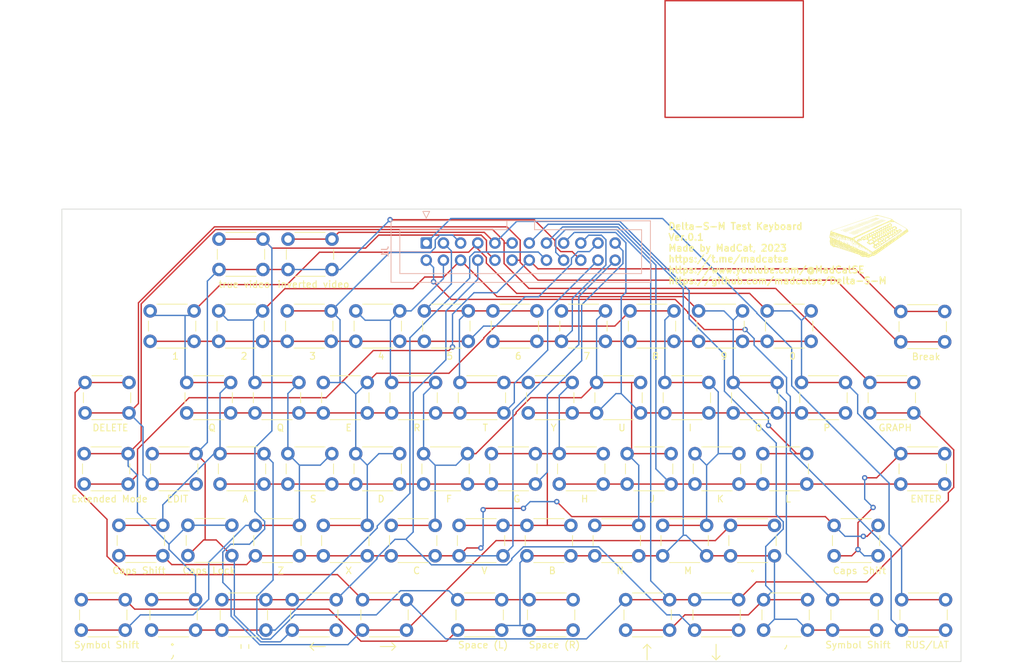
<source format=kicad_pcb>
(kicad_pcb (version 20221018) (generator pcbnew)
  (layers (0 "F.Cu" signal) (31 "B.Cu" signal) (36 "B.SilkS" user "B.Silkscreen") (37 "F.SilkS" user "F.Silkscreen") (38 "B.Mask" user) (39 "F.Mask" user) (44 "Edge.Cuts" user))
  (net 0 "")
  (net 1 "Net-(J1-Pin_1)")
  (net 2 "Net-(J1-Pin_2)")
  (net 3 "Net-(J1-Pin_3)")
  (net 4 "Net-(J1-Pin_4)")
  (net 5 "Net-(J1-Pin_5)")
  (net 6 "Net-(J1-Pin_6)")
  (net 7 "Net-(J1-Pin_7)")
  (net 8 "Net-(J1-Pin_8)")
  (net 9 "Net-(J1-Pin_9)")
  (net 10 "Net-(J1-Pin_10)")
  (net 11 "Net-(J1-Pin_11)")
  (net 12 "Net-(J1-Pin_12)")
  (net 13 "Net-(J1-Pin_13)")
  (net 14 "Net-(J1-Pin_14)")
  (net 15 "Net-(J1-Pin_15)")
  (net 16 "Net-(J1-Pin_16)")
  (net 17 "Net-(J1-Pin_17)")
  (net 18 "Net-(J1-Pin_18)")
  (net 19 "Net-(J1-Pin_19)")
  (net 20 "Net-(J1-Pin_20)")
  (net 21 "Net-(J1-Pin_21)")
  (net 22 "Net-(J1-Pin_22)")
  (net 23 "Net-(J1-Pin_23)")
  (net 24 "Net-(J1-Pin_24)")
  (footprint "kbd_test:SW_PUSH_6mm" (layer "F.Cu") (at 118.3952 106.4324)
    (fp_text reference "SW21")
    (fp_text value "U")
  )
  (footprint "kbd_test:SW_PUSH_6mm" (layer "F.Cu") (at 153.3081 138.577)
    (fp_text reference "SW59")
    (fp_text value "Symbol Shift")
  )
  (footprint "kbd_test:SW_PUSH_6mm" (layer "F.Cu") (at 112.8776 116.9628)
    (fp_text reference "SW33")
    (fp_text value "H")
  )
  (footprint "kbd_test:logo_early" (layer "F.Cu") (at 159.004 84.709)
    (fp_text reference "G***" hide)
    (fp_text value "LOGO" hide)
  )
  (footprint "kbd_test:SW_PUSH_6mm" (layer "F.Cu") (at 163.5125 138.577)
    (fp_text reference "SW60")
    (fp_text value "RUS/LAT")
  )
  (footprint "kbd_test:SW_PUSH_6mm" (layer "F.Cu") (at 72.7583 85.2022)
    (fp_text reference "SW2")
    (fp_text value "inverted video")
  )
  (footprint "kbd_test:SW_PUSH_6mm" (layer "F.Cu") (at 138.6043 106.4324)
    (fp_text reference "SW23")
    (fp_text value "O")
  )
  (footprint "kbd_test:SW_PUSH_6mm" (layer "F.Cu") (at 158.8135 106.4324)
    (fp_text reference "SW25")
    (fp_text value "GRAPH")
  )
  (footprint "kbd_test:SW_PUSH_6mm" (layer "F.Cu") (at 128.1685 127.58)
    (fp_text reference "SW46")
    (fp_text value "M")
  )
  (footprint "kbd_test:SW_PUSH_6mm" (layer "F.Cu") (at 72.7363 116.9628)
    (fp_text reference "SW29")
    (fp_text value "S")
  )
  (footprint "kbd_test:SW_PUSH_6mm" (layer "F.Cu") (at 102.8422 116.9628)
    (fp_text reference "SW32")
    (fp_text value "G")
  )
  (footprint "kbd_test:SW_PUSH_6mm" (layer "F.Cu") (at 77.9768 106.4324)
    (fp_text reference "SW17")
    (fp_text value "E")
  )
  (footprint "kbd_test:SW_PUSH_6mm" (layer "F.Cu") (at 42.1755 138.577)
    (fp_text reference "SW49")
    (fp_text value "Symbol Shift")
  )
  (footprint "kbd_test:SW_PUSH_6mm" (layer "F.Cu") (at 163.3855 116.9628)
    (fp_text reference "SW37")
    (fp_text value "ENTER")
  )
  (footprint "kbd_test:SW_PUSH_6mm" (layer "F.Cu") (at 163.3855 95.9104)
    (fp_text reference "SW13")
    (fp_text value "Break")
  )
  (footprint "kbd_test:SW_PUSH_6mm" (layer "F.Cu") (at 57.9489 127.5546)
    (fp_text reference "SW39")
    (fp_text value "Caps Lock")
  )
  (footprint "kbd_test:SW_PUSH_6mm" (layer "F.Cu") (at 98.186 106.4324)
    (fp_text reference "SW19")
    (fp_text value "T")
  )
  (footprint "kbd_test:SW_PUSH_6mm" (layer "F.Cu") (at 62.701 116.9628)
    (fp_text reference "SW28")
    (fp_text value "A")
  )
  (footprint "kbd_test:SW_PUSH_6mm" (layer "F.Cu") (at 148.7089 106.4324)
    (fp_text reference "SW24")
    (fp_text value "P")
  )
  (footprint "kbd_test:SW_PUSH_6mm" (layer "F.Cu") (at 113.2024 95.83)
    (fp_text reference "SW9")
    (fp_text value "7")
  )
  (footprint "kbd_test:SW_PUSH_6mm" (layer "F.Cu") (at 122.9129 116.9628)
    (fp_text reference "SW34")
    (fp_text value "J")
  )
  (footprint "kbd_test:SW_PUSH_6mm" (layer "F.Cu") (at 82.7816 95.83)
    (fp_text reference "SW6")
    (fp_text value "4")
  )
  (footprint "kbd_test:SW_PUSH_6mm" (layer "F.Cu") (at 143.6231 95.83)
    (fp_text reference "SW12")
    (fp_text value "0")
  )
  (footprint "kbd_test:SW_PUSH_6mm" (layer "F.Cu") (at 128.4997 106.4324)
    (fp_text reference "SW22")
    (fp_text value "I")
  )
  (footprint "kbd_test:SW_PUSH_6mm" (layer "F.Cu") (at 118.1305 127.58)
    (fp_text reference "SW45")
    (fp_text value "N")
  )
  (footprint "kbd_test:SW_PUSH_6mm" (layer "F.Cu") (at 132.8992 138.577)
    (fp_text reference "SW57")
    (fp_text value "↓")
  )
  (footprint "kbd_test:SW_PUSH_6mm" (layer "F.Cu") (at 143.1036 138.577)
    (fp_text reference "SW58")
    (fp_text value ",")
  )
  (footprint "kbd_test:SW_PUSH_6mm" (layer "F.Cu") (at 77.9781 127.58)
    (fp_text reference "SW41")
    (fp_text value "X")
  )
  (footprint "kbd_test:SW_PUSH_6mm" (layer "F.Cu") (at 62.9781 138.577)
    (fp_text reference "SW51")
    (fp_text value "\"")
  )
  (footprint "kbd_test:SW_PUSH_6mm" (layer "F.Cu") (at 142.983481 116.9628)
    (fp_text reference "SW36")
    (fp_text value "L")
  )
  (footprint "kbd_test:SW_PUSH_6mm" (layer "F.Cu") (at 153.5279 127.58)
    (fp_text reference "SW48")
    (fp_text value "Caps Shift")
  )
  (footprint "kbd_test:SW_PUSH_6mm" (layer "F.Cu") (at 123.3426 95.83)
    (fp_text reference "SW10")
    (fp_text value "8")
  )
  (footprint "kbd_test:SW_PUSH_6mm" (layer "F.Cu") (at 62.5011 95.83)
    (fp_text reference "SW4")
    (fp_text value "2")
  )
  (footprint "kbd_test:SW_PUSH_6mm" (layer "F.Cu") (at 92.8069 116.9628)
    (fp_text reference "SW31")
    (fp_text value "F")
  )
  (footprint "kbd_test:SW_PUSH_6mm" (layer "F.Cu") (at 72.6414 95.83)
    (fp_text reference "SW5")
    (fp_text value "3")
  )
  (footprint "kbd_test:SW_PUSH_6mm" (layer "F.Cu") (at 62.5475 85.2022)
    (fp_text reference "SW1")
    (fp_text value "true video")
  )
  (footprint "kbd_test:SW_PUSH_6mm" (layer "F.Cu") (at 92.9219 95.83)
    (fp_text reference "SW7")
    (fp_text value "5")
  )
  (footprint "kbd_test:SW_PUSH_6mm" (layer "F.Cu") (at 83.7807 138.577)
    (fp_text reference "SW53")
    (fp_text value "→")
  )
  (footprint "MountingHole:MountingHole_3.2mm_M3_DIN965" (layer "F.Cu") (at 42.7077 129.9062)
    (fp_text reference "H2" hide)
    (fp_text value "MountingHole_3.2mm_M3_DIN965")
  )
  (footprint "MountingHole:MountingHole_3.2mm_M3_DIN965" (layer "F.Cu") (at 42.7077 85.5578)
    (fp_text reference "H1" hide)
    (fp_text value "MountingHole_3.2mm_M3_DIN965")
  )
  (footprint "kbd_test:SW_PUSH_6mm" (layer "F.Cu") (at 122.6947 138.577)
    (fp_text reference "SW56")
    (fp_text value "↑")
  )
  (footprint "kbd_test:SW_PUSH_6mm" (layer "F.Cu") (at 67.8723 106.4324)
    (fp_text reference "SW16")
    (fp_text value "Q")
  )
  (footprint "kbd_test:SW_PUSH_6mm" (layer "F.Cu") (at 67.9401 127.58)
    (fp_text reference "SW40")
    (fp_text value "Z")
  )
  (footprint "kbd_test:SW_PUSH_6mm" (layer "F.Cu") (at 88.0814 106.4324)
    (fp_text reference "SW18")
    (fp_text value "R")
  )
  (footprint "kbd_test:SW_PUSH_6mm" (layer "F.Cu") (at 88.0162 127.58)
    (fp_text reference "SW42")
    (fp_text value "C")
  )
  (footprint "kbd_test:SW_PUSH_6mm" (layer "F.Cu") (at 97.8523 138.577)
    (fp_text reference "SW54")
    (fp_text value "Space (L)")
  )
  (footprint "MountingHole:MountingHole_3.2mm_M3_DIN965" (layer "F.Cu") (at 169.0727 129.9062)
    (fp_text reference "H4" hide)
    (fp_text value "MountingHole_3.2mm_M3_DIN965")
  )
  (footprint "kbd_test:SW_PUSH_6mm" (layer "F.Cu") (at 73.3794 138.577)
    (fp_text reference "SW52")
    (fp_text value "←")
  )
  (footprint "kbd_test:SW_PUSH_6mm" (layer "F.Cu") (at 98.0543 127.58)
    (fp_text reference "SW43")
    (fp_text value "V")
  )
  (footprint "kbd_test:SW_PUSH_6mm" (layer "F.Cu") (at 52.6657 116.9628)
    (fp_text reference "SW27")
    (fp_text value "EDIT")
  )
  (footprint "kbd_test:SW_PUSH_6mm" (layer "F.Cu") (at 42.6049 116.9628)
    (fp_text reference "SW26")
    (fp_text value "Extended Mode")
  )
  (footprint "kbd_test:SW_PUSH_6mm" (layer "F.Cu") (at 108.0924 127.58)
    (fp_text reference "SW44")
    (fp_text value "B")
  )
  (footprint "kbd_test:SW_PUSH_6mm" (layer "F.Cu") (at 138.2066 127.58)
    (fp_text reference "SW47")
    (fp_text value ".")
  )
  (footprint "kbd_test:SW_PUSH_6mm" (layer "F.Cu") (at 57.7677 106.4324)
    (fp_text reference "SW15")
    (fp_text value "Q")
  )
  (footprint "kbd_test:SW_PUSH_6mm" (layer "F.Cu") (at 132.9482 116.9628)
    (fp_text reference "SW35")
    (fp_text value "K")
  )
  (footprint "kbd_test:SW_PUSH_6mm" (layer "F.Cu") (at 108.4187 138.577)
    (fp_text reference "SW55")
    (fp_text value "Space (R)")
  )
  (footprint "kbd_test:SW_PUSH_6mm" (layer "F.Cu") (at 52.3609 95.83)
    (fp_text reference "SW3")
    (fp_text value "1")
  )
  (footprint "kbd_test:SW_PUSH_6mm" (layer "F.Cu") (at 133.4829 95.83)
    (fp_text reference "SW11")
    (fp_text value "9")
  )
  (footprint "MountingHole:MountingHole_3.2mm_M3_DIN965" (layer "F.Cu") (at 169.0727 85.5578)
    (fp_text reference "H3" hide)
    (fp_text value "MountingHole_3.2mm_M3_DIN965")
  )
  (footprint "kbd_test:SW_PUSH_6mm" (layer "F.Cu") (at 47.7393 127.5652)
    (fp_text reference "SW38")
    (fp_text value "Caps Shift")
  )
  (footprint "kbd_test:SW_PUSH_6mm" (layer "F.Cu") (at 82.7716 116.9628)
    (fp_text reference "SW30")
    (fp_text value "D")
  )
  (footprint "kbd_test:SW_PUSH_6mm" (layer "F.Cu") (at 52.5768 138.577)
    (fp_text reference "SW50")
    (fp_text value ";")
  )
  (footprint "kbd_test:SW_PUSH_6mm" (layer "F.Cu") (at 42.7355 106.4324)
    (fp_text reference "SW14")
    (fp_text value "DELETE")
  )
  (footprint "kbd_test:SW_PUSH_6mm" (layer "F.Cu") (at 103.0621 95.83)
    (fp_text reference "SW8")
    (fp_text value "6")
  )
  (footprint "kbd_test:SW_PUSH_6mm" (layer "F.Cu") (at 108.2906 106.4324)
    (fp_text reference "SW20")
    (fp_text value "Y")
  )
  (footprint "kbd_test:IDC-Header_2x12_P2.54mm_Vertical" (layer "B.Cu") (at 93.2029 85.7864 -90)
    (fp_text reference "J1")
    (fp_text value "Conn_02x12_Odd_Even")
  )
  (gr_rect (start 128.524 49.911) (end 148.971 67.183) (stroke (width 0.2)) (fill none) (layer "F.Cu"))
  (gr_rect (start 39.3041 80.7572) (end 172.2985 147.737) (stroke (width 0.1)) (fill none) (layer "Edge.Cuts"))
  (gr_text "Delta-S-M Test Keyboard\nVer.0.1\nMade by MadCat, 2023\nhttps://t.me/madcatse\nhttps://www.youtube.com/@MadCatSE\nhttps://github.com/madcatse/Delta-S-M" (at 128.905 91.948) (layer "F.SilkS") (effects (font (size 1 1) (thickness 0.2) bold) (justify left bottom)))
  (segment (start 170.0125 138.577) (end 163.5125 138.577) (width 0.2) (layer "F.Cu") (net 1))
  (segment (start 163.5125 138.577) (end 163.5125 130.7214) (width 0.2) (layer "B.Cu") (net 1))
  (segment (start 128.154 82.1515) (end 96.8378 82.1515) (width 0.2) (layer "B.Cu") (net 1))
  (segment (start 142.0965 96.094) (end 128.154 82.1515) (width 0.2) (layer "B.Cu") (net 1))
  (segment (start 147.2524 106.9134) (end 147.2524 101.328) (width 0.2) (layer "B.Cu") (net 1))
  (segment (start 147.2524 101.328) (end 142.0965 96.1721) (width 0.2) (layer "B.Cu") (net 1))
  (segment (start 161.6588 128.8677) (end 161.6588 121.3198) (width 0.2) (layer "B.Cu") (net 1))
  (segment (start 142.0965 96.1721) (end 142.0965 96.094) (width 0.2) (layer "B.Cu") (net 1))
  (segment (start 163.5125 130.7214) (end 161.6588 128.8677) (width 0.2) (layer "B.Cu") (net 1))
  (segment (start 161.6588 121.3198) (end 147.2524 106.9134) (width 0.2) (layer "B.Cu") (net 1))
  (segment (start 96.8378 82.1515) (end 93.2029 85.7864) (width 0.2) (layer "B.Cu") (net 1))
  (segment (start 170.0125 143.077) (end 163.5125 143.077) (width 0.2) (layer "F.Cu") (net 2))
  (segment (start 94.2812 91.5165) (end 96.8892 94.1245) (width 0.2) (layer "F.Cu") (net 2))
  (segment (start 96.8892 94.1245) (end 130.0139 94.1245) (width 0.2) (layer "F.Cu") (net 2))
  (segment (start 131.887 96.1392) (end 134.3414 98.5936) (width 0.2) (layer "F.Cu") (net 2))
  (segment (start 131.887 95.9976) (end 131.887 96.1392) (width 0.2) (layer "F.Cu") (net 2))
  (segment (start 130.0139 94.1245) (end 131.887 95.9976) (width 0.2) (layer "F.Cu") (net 2))
  (segment (start 134.3414 98.5936) (end 140.3616 98.5936) (width 0.2) (layer "F.Cu") (net 2))
  (via (at 94.2812 91.5165) (size 0.8) (drill 0.4) (layers "F.Cu" "B.Cu") (net 2))
  (via (at 140.3616 98.5936) (size 0.8) (drill 0.4) (layers "F.Cu" "B.Cu") (net 2))
  (segment (start 161.9607 141.5252) (end 161.9607 131.4556) (width 0.2) (layer "B.Cu") (net 2))
  (segment (start 146.494 105.693) (end 141.6961 100.8951) (width 0.2) (layer "B.Cu") (net 2))
  (segment (start 161.9607 131.4556) (end 147.0538 116.5487) (width 0.2) (layer "B.Cu") (net 2))
  (segment (start 146.494 107.9323) (end 146.494 105.693) (width 0.2) (layer "B.Cu") (net 2))
  (segment (start 141.6961 100.8951) (end 141.6961 99.9281) (width 0.2) (layer "B.Cu") (net 2))
  (segment (start 147.0538 108.4921) (end 146.494 107.9323) (width 0.2) (layer "B.Cu") (net 2))
  (segment (start 147.0538 116.5487) (end 147.0538 108.4921) (width 0.2) (layer "B.Cu") (net 2))
  (segment (start 94.2812 89.4047) (end 94.2812 91.5165) (width 0.2) (layer "B.Cu") (net 2))
  (segment (start 141.6961 99.9281) (end 140.3616 98.5936) (width 0.2) (layer "B.Cu") (net 2))
  (segment (start 93.2029 88.3264) (end 94.2812 89.4047) (width 0.2) (layer "B.Cu") (net 2))
  (segment (start 163.5125 143.077) (end 161.9607 141.5252) (width 0.2) (layer "B.Cu") (net 2))
  (segment (start 99.4219 95.83) (end 92.9219 95.83) (width 0.2) (layer "F.Cu") (net 3))
  (segment (start 112.8776 116.9628) (end 111.1099 116.9628) (width 0.2) (layer "F.Cu") (net 3))
  (segment (start 102.8422 116.9628) (end 109.3422 116.9628) (width 0.2) (layer "F.Cu") (net 3))
  (segment (start 108.2906 106.4324) (end 104.686 106.4324) (width 0.2) (layer "F.Cu") (net 3))
  (segment (start 108.0924 127.58) (end 104.5543 127.58) (width 0.2) (layer "F.Cu") (net 3))
  (segment (start 111.1099 116.9628) (end 109.3422 116.9628) (width 0.2) (layer "F.Cu") (net 3))
  (segment (start 111.1099 127.58) (end 108.0924 127.58) (width 0.2) (layer "F.Cu") (net 3))
  (segment (start 111.1099 127.58) (end 111.1099 116.9628) (width 0.2) (layer "F.Cu") (net 3))
  (segment (start 114.5924 127.58) (end 111.1099 127.58) (width 0.2) (layer "F.Cu") (net 3))
  (segment (start 114.7906 106.4324) (end 108.2906 106.4324) (width 0.2) (layer "F.Cu") (net 3))
  (segment (start 104.686 106.4324) (end 98.186 106.4324) (width 0.2) (layer "F.Cu") (net 3))
  (segment (start 103.0621 95.83) (end 99.4219 95.83) (width 0.2) (layer "F.Cu") (net 3))
  (segment (start 119.3776 116.9628) (end 112.8776 116.9628) (width 0.2) (layer "F.Cu") (net 3))
  (segment (start 109.5621 95.83) (end 103.0621 95.83) (width 0.2) (layer "F.Cu") (net 3))
  (segment (start 104.5543 127.58) (end 98.0543 127.58) (width 0.2) (layer "F.Cu") (net 3))
  (segment (start 112.8776 108.3454) (end 114.7906 106.4324) (width 0.2) (layer "B.Cu") (net 3))
  (segment (start 99.4219 95.83) (end 98.1173 97.1346) (width 0.2) (layer "B.Cu") (net 3))
  (segment (start 98.1173 97.1346) (end 98.1173 106.3637) (width 0.2) (layer "B.Cu") (net 3))
  (segment (start 98.1173 106.3637) (end 98.186 106.4324) (width 0.2) (layer "B.Cu") (net 3))
  (segment (start 95.7429 85.7864) (end 96.9214 86.9649) (width 0.2) (layer "B.Cu") (net 3))
  (segment (start 96.9214 86.9649) (end 96.9214 91.8305) (width 0.2) (layer "B.Cu") (net 3))
  (segment (start 112.8776 116.9628) (end 112.8776 108.3454) (width 0.2) (layer "B.Cu") (net 3))
  (segment (start 96.9214 91.8305) (end 92.9219 95.83) (width 0.2) (layer "B.Cu") (net 3))
  (segment (start 129.4129 116.9628) (end 123.5764 116.9628) (width 0.2) (layer "F.Cu") (net 4))
  (segment (start 106.4884 110.8388) (end 108.6448 108.6824) (width 0.2) (layer "F.Cu") (net 4))
  (segment (start 99.3069 116.9628) (end 100.5368 116.9628) (width 0.2) (layer "F.Cu") (net 4))
  (segment (start 119.7024 95.83) (end 113.2024 95.83) (width 0.2) (layer "F.Cu") (net 4))
  (segment (start 94.5814 106.4324) (end 88.0814 106.4324) (width 0.2) (layer "F.Cu") (net 4))
  (segment (start 100.5368 116.9628) (end 106.4884 111.0112) (width 0.2) (layer "F.Cu") (net 4))
  (segment (start 124.6305 127.58) (end 118.1305 127.58) (width 0.2) (layer "F.Cu") (net 4))
  (segment (start 123.5764 106.4324) (end 124.8952 106.4324) (width 0.2) (layer "F.Cu") (net 4))
  (segment (start 116.1452 108.6824) (end 118.3952 106.4324) (width 0.2) (layer "F.Cu") (net 4))
  (segment (start 123.5764 116.9628) (end 122.9129 116.9628) (width 0.2) (layer "F.Cu") (net 4))
  (segment (start 94.5162 127.58) (end 88.0162 127.58) (width 0.2) (layer "F.Cu") (net 4))
  (segment (start 106.4884 111.0112) (end 106.4884 110.8388) (width 0.2) (layer "F.Cu") (net 4))
  (segment (start 108.6448 108.6824) (end 116.1452 108.6824) (width 0.2) (layer "F.Cu") (net 4))
  (segment (start 118.3952 106.4324) (end 123.5764 106.4324) (width 0.2) (layer "F.Cu") (net 4))
  (segment (start 123.5764 116.9628) (end 123.5764 106.4324) (width 0.2) (layer "F.Cu") (net 4))
  (segment (start 94.5162 118.6721) (end 92.8069 116.9628) (width 0.2) (layer "B.Cu") (net 4))
  (segment (start 92.8069 116.9628) (end 92.8069 108.2069) (width 0.2) (layer "B.Cu") (net 4))
  (segment (start 87.9004 97.2112) (end 84.1628 97.2112) (width 0.2) (layer "B.Cu") (net 4))
  (segment (start 94.5162 127.58) (end 94.5162 118.6721) (width 0.2) (layer "B.Cu") (net 4))
  (segment (start 95.7429 91.0474) (end 95.7429 88.3264) (width 0.2) (layer "B.Cu") (net 4))
  (segment (start 92.8069 108.2069) (end 94.5814 106.4324) (width 0.2) (layer "B.Cu") (net 4))
  (segment (start 118.3952 106.4324) (end 118.3952 97.1372) (width 0.2) (layer "B.Cu") (net 4))
  (segment (start 94.5162 118.6721) (end 97.5976 118.6721) (width 0.2) (layer "B.Cu") (net 4))
  (segment (start 118.3952 97.1372) (end 119.7024 95.83) (width 0.2) (layer "B.Cu") (net 4))
  (segment (start 90.9603 95.83) (end 95.7429 91.0474) (width 0.2) (layer "B.Cu") (net 4))
  (segment (start 97.5976 118.6721) (end 99.3069 116.9628) (width 0.2) (layer "B.Cu") (net 4))
  (segment (start 87.9004 97.2112) (end 89.2816 95.83) (width 0.2) (layer "B.Cu") (net 4))
  (segment (start 84.1628 97.2112) (end 82.7816 95.83) (width 0.2) (layer "B.Cu") (net 4))
  (segment (start 88.0814 106.4324) (end 87.9004 106.2514) (width 0.2) (layer "B.Cu") (net 4))
  (segment (start 124.6305 118.6804) (end 122.9129 116.9628) (width 0.2) (layer "B.Cu") (net 4))
  (segment (start 89.2816 95.83) (end 90.9603 95.83) (width 0.2) (layer "B.Cu") (net 4))
  (segment (start 124.6305 127.58) (end 124.6305 118.6804) (width 0.2) (layer "B.Cu") (net 4))
  (segment (start 87.9004 106.2514) (end 87.9004 97.2112) (width 0.2) (layer "B.Cu") (net 4))
  (segment (start 72.6414 95.83) (end 79.1414 95.83) (width 0.2) (layer "F.Cu") (net 5))
  (segment (start 84.4781 127.58) (end 77.9781 127.58) (width 0.2) (layer "F.Cu") (net 5))
  (segment (start 84.4768 106.4324) (end 85.8479 105.0613) (width 0.2) (layer "F.Cu") (net 5))
  (segment (start 121.0926 98.08) (end 123.3426 95.83) (width 0.2) (layer "F.Cu") (net 5))
  (segment (start 129.8426 95.83) (end 123.3426 95.83) (width 0.2) (layer "F.Cu") (net 5))
  (segment (start 96.5674 105.0613) (end 101.7017 99.927) (width 0.2) (layer "F.Cu") (net 5))
  (segment (start 101.7017 99.8148) (end 103.4365 98.08) (width 0.2) (layer "F.Cu") (net 5))
  (segment (start 103.4365 98.08) (end 121.0926 98.08) (width 0.2) (layer "F.Cu") (net 5))
  (segment (start 85.8479 105.0613) (end 96.5674 105.0613) (width 0.2) (layer "F.Cu") (net 5))
  (segment (start 134.9997 106.4324) (end 128.4997 106.4324) (width 0.2) (layer "F.Cu") (net 5))
  (segment (start 101.7017 99.927) (end 101.7017 99.8148) (width 0.2) (layer "F.Cu") (net 5))
  (segment (start 134.6685 127.58) (end 128.1685 127.58) (width 0.2) (layer "F.Cu") (net 5))
  (segment (start 136.3888 116.9628) (end 134.6685 118.6831) (width 0.2) (layer "B.Cu") (net 5))
  (segment (start 97.096 84.5995) (end 98.2829 85.7864) (width 0.2) (layer "B.Cu") (net 5))
  (segment (start 80.4496 97.1382) (end 80.4496 106.4324) (width 0.2) (layer "B.Cu") (net 5))
  (segment (start 134.6685 118.6831) (end 134.6685 127.58) (width 0.2) (layer "B.Cu") (net 5))
  (segment (start 82.7716 116.9628) (end 84.4781 118.6693) (width 0.2) (layer "B.Cu") (net 5))
  (segment (start 94.533 85.3156) (end 95.2491 84.5995) (width 0.2) (layer "B.Cu") (net 5))
  (segment (start 86.1846 116.9628) (end 84.4781 118.6693) (width 0.2) (layer "B.Cu") (net 5))
  (segment (start 79.1414 95.83) (end 87.7969 87.1745) (width 0.2) (layer "B.Cu") (net 5))
  (segment (start 128.4997 97.1729) (end 128.4997 106.4324) (width 0.2) (layer "B.Cu") (net 5))
  (segment (start 134.9997 106.4324) (end 136.3888 107.8215) (width 0.2) (layer "B.Cu") (net 5))
  (segment (start 80.4496 106.4324) (end 81.0664 106.4324) (width 0.2) (layer "B.Cu") (net 5))
  (segment (start 81.0664 106.4324) (end 82.7716 108.1376) (width 0.2) (layer "B.Cu") (net 5))
  (segment (start 79.1414 95.83) (end 80.4496 97.1382) (width 0.2) (layer "B.Cu") (net 5))
  (segment (start 136.3888 107.8215) (end 136.3888 116.9628) (width 0.2) (layer "B.Cu") (net 5))
  (segment (start 87.7969 87.1745) (end 93.8081 87.1745) (width 0.2) (layer "B.Cu") (net 5))
  (segment (start 93.8081 87.1745) (end 94.533 86.4496) (width 0.2) (layer "B.Cu") (net 5))
  (segment (start 129.8426 95.83) (end 128.4997 97.1729) (width 0.2) (layer "B.Cu") (net 5))
  (segment (start 139.4482 116.9628) (end 136.3888 116.9628) (width 0.2) (layer "B.Cu") (net 5))
  (segment (start 89.2716 116.9628) (end 86.1846 116.9628) (width 0.2) (layer "B.Cu") (net 5))
  (segment (start 132.9482 116.9628) (end 134.6685 118.6831) (width 0.2) (layer "B.Cu") (net 5))
  (segment (start 84.4781 118.6693) (end 84.4781 127.58) (width 0.2) (layer "B.Cu") (net 5))
  (segment (start 82.7716 108.1376) (end 82.7716 116.9628) (width 0.2) (layer "B.Cu") (net 5))
  (segment (start 95.2491 84.5995) (end 97.096 84.5995) (width 0.2) (layer "B.Cu") (net 5))
  (segment (start 77.9768 106.4324) (end 80.4496 106.4324) (width 0.2) (layer "B.Cu") (net 5))
  (segment (start 84.4768 106.4324) (end 82.7716 108.1376) (width 0.2) (layer "B.Cu") (net 5))
  (segment (start 94.533 86.4496) (end 94.533 85.3156) (width 0.2) (layer "B.Cu") (net 5))
  (segment (start 142.983481 116.9628) (end 149.483481 116.9628) (width 0.2) (layer "F.Cu") (net 6))
  (segment (start 69.0011 95.83) (end 72.2873 92.5438) (width 0.2) (layer "F.Cu") (net 6))
  (segment (start 91.2381 92.5438) (end 92.9673 90.8146) (width 0.2) (layer "F.Cu") (net 6))
  (segment (start 95.7947 90.8146) (end 98.2829 88.3264) (width 0.2) (layer "F.Cu") (net 6))
  (segment (start 131.3727 93.7198) (end 133.4829 95.83) (width 0.2) (layer "F.Cu") (net 6))
  (segment (start 149.483481 116.9628) (end 148.0013 116.9628) (width 0.2) (layer "F.Cu") (net 6))
  (segment (start 98.2829 88.3264) (end 103.6763 93.7198) (width 0.2) (layer "F.Cu") (net 6))
  (segment (start 92.9673 90.8146) (end 95.7947 90.8146) (width 0.2) (layer "F.Cu") (net 6))
  (segment (start 145.1043 106.4324) (end 138.6043 106.4324) (width 0.2) (layer "F.Cu") (net 6))
  (segment (start 148.0013 116.9628) (end 143.8251 112.7866) (width 0.2) (layer "F.Cu") (net 6))
  (segment (start 74.4401 127.58) (end 67.9401 127.58) (width 0.2) (layer "F.Cu") (net 6))
  (segment (start 159.8081 138.577) (end 153.3081 138.577) (width 0.2) (layer "F.Cu") (net 6))
  (segment (start 72.2873 92.5438) (end 91.2381 92.5438) (width 0.2) (layer "F.Cu") (net 6))
  (segment (start 74.3723 106.4324) (end 67.8723 106.4324) (width 0.2) (layer "F.Cu") (net 6))
  (segment (start 48.6755 143.077) (end 42.1755 143.077) (width 0.2) (layer "F.Cu") (net 6))
  (segment (start 103.6763 93.7198) (end 131.3727 93.7198) (width 0.2) (layer "F.Cu") (net 6))
  (via (at 143.8251 112.7866) (size 0.8) (drill 0.4) (layers "F.Cu" "B.Cu") (net 6))
  (segment (start 61.0275 133.0419) (end 61.0275 138.5064) (width 0.2) (layer "B.Cu") (net 6))
  (segment (start 143.8043 111.6324) (end 138.6043 106.4324) (width 0.2) (layer "B.Cu") (net 6))
  (segment (start 74.4401 118.6666) (end 77.5325 118.6666) (width 0.2) (layer "B.Cu") (net 6))
  (segment (start 145.1043 106.4324) (end 145.1043 107.9007) (width 0.2) (layer "B.Cu") (net 6))
  (segment (start 72.7363 108.0684) (end 72.7363 116.9628) (width 0.2) (layer "B.Cu") (net 6))
  (segment (start 67.8723 106.4324) (end 67.649 106.2091) (width 0.2) (layer "B.Cu") (net 6))
  (segment (start 143.8251 112.7866) (end 143.8043 112.7658) (width 0.2) (layer "B.Cu") (net 6))
  (segment (start 67.649 97.1821) (end 69.0011 95.83) (width 0.2) (layer "B.Cu") (net 6))
  (segment (start 146.4664 131.7353) (end 153.3081 138.577) (width 0.2) (layer "B.Cu") (net 6))
  (segment (start 146.4664 109.2628) (end 146.4664 131.7353) (width 0.2) (layer "B.Cu") (net 6))
  (segment (start 61.0275 138.5064) (end 58.7069 140.827) (width 0.2) (layer "B.Cu") (net 6))
  (segment (start 50.9255 140.827) (end 48.6755 143.077) (width 0.2) (layer "B.Cu") (net 6))
  (segment (start 67.9401 127.58) (end 66.4894 127.58) (width 0.2) (layer "B.Cu") (net 6))
  (segment (start 138.6043 97.2086) (end 138.6043 106.4324) (width 0.2) (layer "B.Cu") (net 6))
  (segment (start 67.649 106.2091) (end 67.649 97.1821) (width 0.2) (layer "B.Cu") (net 6))
  (segment (start 74.4401 118.6666) (end 72.7363 116.9628) (width 0.2) (layer "B.Cu") (net 6))
  (segment (start 77.5325 118.6666) (end 79.2363 116.9628) (width 0.2) (layer "B.Cu") (net 6))
  (segment (start 145.1043 107.9007) (end 146.4664 109.2628) (width 0.2) (layer "B.Cu") (net 6))
  (segment (start 58.7069 140.827) (end 50.9255 140.827) (width 0.2) (layer "B.Cu") (net 6))
  (segment (start 74.3723 106.4324) (end 72.7363 108.0684) (width 0.2) (layer "B.Cu") (net 6))
  (segment (start 137.2257 95.83) (end 138.6043 97.2086) (width 0.2) (layer "B.Cu") (net 6))
  (segment (start 139.9829 95.83) (end 138.6043 97.2086) (width 0.2) (layer "B.Cu") (net 6))
  (segment (start 74.4401 127.58) (end 74.4401 118.6666) (width 0.2) (layer "B.Cu") (net 6))
  (segment (start 67.649 97.1821) (end 63.8532 97.1821) (width 0.2) (layer "B.Cu") (net 6))
  (segment (start 63.8532 97.1821) (end 62.5011 95.83) (width 0.2) (layer "B.Cu") (net 6))
  (segment (start 66.4894 127.58) (end 61.0275 133.0419) (width 0.2) (layer "B.Cu") (net 6))
  (segment (start 143.8043 112.7658) (end 143.8043 111.6324) (width 0.2) (layer "B.Cu") (net 6))
  (segment (start 133.4829 95.83) (end 137.2257 95.83) (width 0.2) (layer "B.Cu") (net 6))
  (segment (start 69.201 116.9628) (end 62.701 116.9628) (width 0.2) (layer "F.Cu") (net 7))
  (segment (start 163.3855 116.9628) (end 159.8147 120.5336) (width 0.2) (layer "F.Cu") (net 7))
  (segment (start 169.8855 116.9628) (end 163.3855 116.9628) (width 0.2) (layer "F.Cu") (net 7))
  (segment (start 100.3865 86.2228) (end 99.4646 87.1447) (width 0.2) (layer "F.Cu") (net 7))
  (segment (start 114.9187 138.577) (end 108.4187 138.577) (width 0.2) (layer "F.Cu") (net 7))
  (segment (start 104.3523 138.577) (end 97.8523 138.577) (width 0.2) (layer "F.Cu") (net 7))
  (segment (start 102.0929 88.7532) (end 106.5754 93.2357) (width 0.2) (layer "F.Cu") (net 7))
  (segment (start 157.0585 127.163) (end 157.0585 131.1508) (width 0.2) (layer "F.Cu") (net 7))
  (segment (start 141.0268 93.2357) (end 141.7933 94.0022) (width 0.2) (layer "F.Cu") (net 7))
  (segment (start 77.4033 87.1447) (end 72.6063 91.9417) (width 0.2) (layer "F.Cu") (net 7))
  (segment (start 72.6063 91.9417) (end 62.7492 91.9417) (width 0.2) (layer "F.Cu") (net 7))
  (segment (start 159.8147 120.5336) (end 158.0491 120.5336) (width 0.2) (layer "F.Cu") (net 7))
  (segment (start 159.2937 124.9278) (end 157.0585 127.163) (width 0.2) (layer "F.Cu") (net 7))
  (segment (start 62.7492 91.9417) (end 58.8609 95.83) (width 0.2) (layer "F.Cu") (net 7))
  (segment (start 64.2677 106.4324) (end 57.7677 106.4324) (width 0.2) (layer "F.Cu") (net 7))
  (segment (start 155.2089 106.4324) (end 148.7089 106.4324) (width 0.2) (layer "F.Cu") (net 7))
  (segment (start 106.5754 93.2357) (end 141.0268 93.2357) (width 0.2) (layer "F.Cu") (net 7))
  (segment (start 100.3865 86.2228) (end 102.0929 87.9293) (width 0.2) (layer "F.Cu") (net 7))
  (segment (start 141.7953 94.0022) (end 143.6231 95.83) (width 0.2) (layer "F.Cu") (net 7))
  (segment (start 100.8229 85.7864) (end 100.3865 86.2228) (width 0.2) (layer "F.Cu") (net 7))
  (segment (start 141.7933 94.0022) (end 141.7953 94.0022) (width 0.2) (layer "F.Cu") (net 7))
  (segment (start 108.4187 138.577) (end 104.3523 138.577) (width 0.2) (layer "F.Cu") (net 7))
  (segment (start 54.2393 127.5652) (end 47.7393 127.5652) (width 0.2) (layer "F.Cu") (net 7))
  (segment (start 156.1293 132.08) (end 157.0585 131.1508) (width 0.2) (layer "F.Cu") (net 7))
  (segment (start 102.0929 87.9293) (end 102.0929 88.7532) (width 0.2) (layer "F.Cu") (net 7))
  (segment (start 99.4646 87.1447) (end 77.4033 87.1447) (width 0.2) (layer "F.Cu") (net 7))
  (segment (start 153.5279 132.08) (end 156.1293 132.08) (width 0.2) (layer "F.Cu") (net 7))
  (via (at 157.0585 131.1508) (size 0.8) (drill 0.4) (layers "F.Cu" "B.Cu") (net 7))
  (via (at 158.0491 120.5336) (size 0.8) (drill 0.4) (layers "F.Cu" "B.Cu") (net 7))
  (via (at 159.2937 124.9278) (size 0.8) (drill 0.4) (layers "F.Cu" "B.Cu") (net 7))
  (segment (start 58.1932 96.4977) (end 57.5254 96.4977) (width 0.2) (layer "B.Cu") (net 7))
  (segment (start 162.9744 116.9628) (end 163.3855 116.9628) (width 0.2) (layer "B.Cu") (net 7))
  (segment (start 57.5254 96.4977) (end 57.5254 106.1901) (width 0.2) (layer "B.Cu") (net 7))
  (segment (start 73.7416 140.827) (end 85.8176 140.827) (width 0.2) (layer "B.Cu") (net 7))
  (segment (start 89.3973 137.2473) (end 96.5226 137.2473) (width 0.2) (layer "B.Cu") (net 7))
  (segment (start 68.149 143.6) (end 68.956 144.407) (width 0.2) (layer "B.Cu") (net 7))
  (segment (start 157.0113 108.2348) (end 157.0113 110.9997) (width 0.2) (layer "B.Cu") (net 7))
  (segment (start 69.201 116.9628) (end 70.5416 118.3034) (width 0.2) (layer "B.Cu") (net 7))
  (segment (start 150.1231 95.83) (end 148.7089 97.2442) (width 0.2) (layer "B.Cu") (net 7))
  (segment (start 53.0286 96.4977) (end 52.3609 95.83) (width 0.2) (layer "B.Cu") (net 7))
  (segment (start 158.0491 123.6832) (end 159.2937 124.9278) (width 0.2) (layer "B.Cu") (net 7))
  (segment (start 58.8609 95.83) (end 58.1932 96.4977) (width 0.2) (layer "B.Cu") (net 7))
  (segment (start 62.701 107.9991) (end 62.701 116.9628) (width 0.2) (layer "B.Cu") (net 7))
  (segment (start 158.0491 120.5336) (end 158.0491 123.6832) (width 0.2) (layer "B.Cu") (net 7))
  (segment (start 157.0113 110.9997) (end 162.9744 116.9628) (width 0.2) (layer "B.Cu") (net 7))
  (segment (start 57.5254 106.1901) (end 57.7677 106.4324) (width 0.2) (layer "B.Cu") (net 7))
  (segment (start 70.1616 144.407) (end 73.7416 140.827) (width 0.2) (layer "B.Cu") (net 7))
  (segment (start 70.5416 135.6723) (end 68.149 138.0649) (width 0.2) (layer "B.Cu") (net 7))
  (segment (start 70.5416 118.3034) (end 70.5416 135.6723) (width 0.2) (layer "B.Cu") (net 7))
  (segment (start 96.5226 137.2473) (end 97.8523 138.577) (width 0.2) (layer "B.Cu") (net 7))
  (segment (start 57.5254 96.4977) (end 53.0286 96.4977) (width 0.2) (layer "B.Cu") (net 7))
  (segment (start 54.2393 127.5652) (end 54.2393 124.5333) (width 0.2) (layer "B.Cu") (net 7))
  (segment (start 143.6231 95.83) (end 147.2947 95.83) (width 0.2) (layer "B.Cu") (net 7))
  (segment (start 148.7089 97.2442) (end 148.7089 106.4324) (width 0.2) (layer "B.Cu") (net 7))
  (segment (start 54.2393 124.5333) (end 61.8098 116.9628) (width 0.2) (layer "B.Cu") (net 7))
  (segment (start 155.2089 106.4324) (end 157.0113 108.2348) (width 0.2) (layer "B.Cu") (net 7))
  (segment (start 85.8176 140.827) (end 89.3973 137.2473) (width 0.2) (layer "B.Cu") (net 7))
  (segment (start 68.956 144.407) (end 70.1616 144.407) (width 0.2) (layer "B.Cu") (net 7))
  (segment (start 147.2947 95.83) (end 148.7089 97.2442) (width 0.2) (layer "B.Cu") (net 7))
  (segment (start 157.9877 132.08) (end 160.0279 132.08) (width 0.2) (layer "B.Cu") (net 7))
  (segment (start 64.2677 106.4324) (end 62.701 107.9991) (width 0.2) (layer "B.Cu") (net 7))
  (segment (start 157.0585 131.1508) (end 157.9877 132.08) (width 0.2) (layer "B.Cu") (net 7))
  (segment (start 61.8098 116.9628) (end 62.701 116.9628) (width 0.2) (layer "B.Cu") (net 7))
  (segment (start 68.149 138.0649) (end 68.149 143.6) (width 0.2) (layer "B.Cu") (net 7))
  (segment (start 79.8794 138.577) (end 73.3794 138.577) (width 0.2) (layer "F.Cu") (net 8))
  (segment (start 73.3794 138.577) (end 69.4781 138.577) (width 0.2) (layer "F.Cu") (net 8))
  (segment (start 69.4781 138.577) (end 62.9781 138.577) (width 0.2) (layer "F.Cu") (net 8))
  (segment (start 139.3992 143.077) (end 132.8992 143.077) (width 0.2) (layer "F.Cu") (net 8))
  (segment (start 85.9127 132.5437) (end 79.8794 138.577) (width 0.2) (layer "B.Cu") (net 8))
  (segment (start 90.1913 129.6411) (end 93.9671 133.4169) (width 0.2) (layer "B.Cu") (net 8))
  (segment (start 118.7122 130.7553) (end 128.7839 140.827) (width 0.2) (layer "B.Cu") (net 8))
  (segment (start 90.1913 129.6411) (end 88.589 129.6411) (width 0.2) (layer "B.Cu") (net 8))
  (segment (start 96.1059 95.8735) (end 96.1059 103.0667) (width 0.2) (layer "B.Cu") (net 8))
  (segment (start 100.8229 88.3264) (end 100.8229 91.1565) (width 0.2) (layer "B.Cu") (net 8))
  (segment (start 107.5721 130.7553) (end 118.7122 130.7553) (width 0.2) (layer "B.Cu") (net 8))
  (segment (start 130.6492 140.827) (end 132.8992 143.077) (width 0.2) (layer "B.Cu") (net 8))
  (segment (start 93.9671 133.4169) (end 105.1236 133.4169) (width 0.2) (layer "B.Cu") (net 8))
  (segment (start 91.2662 107.9064) (end 91.2662 128.5662) (width 0.2) (layer "B.Cu") (net 8))
  (segment (start 128.7839 140.827) (end 130.6492 140.827) (width 0.2) (layer "B.Cu") (net 8))
  (segment (start 105.8562 132.4712) (end 107.5721 130.7553) (width 0.2) (layer "B.Cu") (net 8))
  (segment (start 91.2662 128.5662) (end 90.1913 129.6411) (width 0.2) (layer "B.Cu") (net 8))
  (segment (start 100.8229 91.1565) (end 96.1059 95.8735) (width 0.2) (layer "B.Cu") (net 8))
  (segment (start 96.1059 103.0667) (end 91.2662 107.9064) (width 0.2) (layer "B.Cu") (net 8))
  (segment (start 105.1236 133.4169) (end 105.8562 132.6843) (width 0.2) (layer "B.Cu") (net 8))
  (segment (start 85.9127 132.3174) (end 85.9127 132.5437) (width 0.2) (layer "B.Cu") (net 8))
  (segment (start 88.589 129.6411) (end 85.9127 132.3174) (width 0.2) (layer "B.Cu") (net 8))
  (segment (start 105.8562 132.6843) (end 105.8562 132.4712) (width 0.2) (layer "B.Cu") (net 8))
  (segment (start 129.1947 143.077) (end 131.4447 140.827) (width 0.2) (layer "F.Cu") (net 9))
  (segment (start 140.8536 140.827) (end 143.1036 138.577) (width 0.2) (layer "F.Cu") (net 9))
  (segment (start 149.6036 138.577) (end 143.1036 138.577) (width 0.2) (layer "F.Cu") (net 9))
  (segment (start 79.2583 85.2022) (end 80.2601 84.2004) (width 0.2) (layer "F.Cu") (net 9))
  (segment (start 122.6947 143.077) (end 129.1947 143.077) (width 0.2) (layer "F.Cu") (net 9))
  (segment (start 101.7769 84.2004) (end 103.3629 85.7864) (width 0.2) (layer "F.Cu") (net 9))
  (segment (start 79.2583 85.2022) (end 72.7583 85.2022) (width 0.2) (layer "F.Cu") (net 9))
  (segment (start 80.2601 84.2004) (end 101.7769 84.2004) (width 0.2) (layer "F.Cu") (net 9))
  (segment (start 131.4447 140.827) (end 140.8536 140.827) (width 0.2) (layer "F.Cu") (net 9))
  (segment (start 121.8367 82.5773) (end 106.572 82.5773) (width 0.2) (layer "B.Cu") (net 9))
  (segment (start 146.0066 128.118478) (end 146.0066 127.041522) (width 0.2) (layer "B.Cu") (net 9))
  (segment (start 143.1036 138.577) (end 144.3066 137.374) (width 0.2) (layer "B.Cu") (net 9))
  (segment (start 146.0066 127.041522) (end 144.9681 126.003022) (width 0.2) (layer "B.Cu") (net 9))
  (segment (start 137.3024 102.2441) (end 132.0823 97.024) (width 0.2) (layer "B.Cu") (net 9))
  (segment (start 144.9681 126.003022) (end 144.9681 115.3908) (width 0.2) (layer "B.Cu") (net 9))
  (segment (start 144.9681 115.3908) (end 137.3024 107.7251) (width 0.2) (layer "B.Cu") (net 9))
  (segment (start 144.3066 137.374) (end 143.4066 136.474) (width 0.2) (layer "B.Cu") (net 9))
  (segment (start 106.572 82.5773) (end 103.3629 85.7864) (width 0.2) (layer "B.Cu") (net 9))
  (segment (start 143.4066 136.474) (end 143.4066 130.718478) (width 0.2) (layer "B.Cu") (net 9))
  (segment (start 143.4066 130.718478) (end 146.0066 128.118478) (width 0.2) (layer "B.Cu") (net 9))
  (segment (start 132.0823 97.024) (end 132.0823 92.8229) (width 0.2) (layer "B.Cu") (net 9))
  (segment (start 132.0823 92.8229) (end 121.8367 82.5773) (width 0.2) (layer "B.Cu") (net 9))
  (segment (start 137.3024 107.7251) (end 137.3024 102.2441) (width 0.2) (layer "B.Cu") (net 9))
  (segment (start 103.3629 88.3264) (end 102.1107 87.0742) (width 0.2) (layer "F.Cu") (net 10))
  (segment (start 70.3834 86.5381) (end 69.0475 85.2022) (width 0.2) (layer "F.Cu") (net 10))
  (segment (start 103.5277 129.83) (end 90.2807 143.077) (width 0.2) (layer "F.Cu") (net 10))
  (segment (start 144.7066 127.58) (end 138.2066 127.58) (width 0.2) (layer "F.Cu") (net 10))
  (segment (start 84.229 86.5381) (end 70.3834 86.5381) (width 0.2) (layer "F.Cu") (net 10))
  (segment (start 102.1107 87.0742) (end 102.1107 85.3854) (width 0.2) (layer "F.Cu") (net 10))
  (segment (start 86.1601 84.607) (end 84.229 86.5381) (width 0.2) (layer "F.Cu") (net 10))
  (segment (start 90.2807 143.077) (end 83.7807 143.077) (width 0.2) (layer "F.Cu") (net 10))
  (segment (start 102.1107 85.3854) (end 101.3323 84.607) (width 0.2) (layer "F.Cu") (net 10))
  (segment (start 101.3323 84.607) (end 86.1601 84.607) (width 0.2) (layer "F.Cu") (net 10))
  (segment (start 62.5475 85.2022) (end 69.0475 85.2022) (width 0.2) (layer "F.Cu") (net 10))
  (segment (start 138.2066 127.58) (end 135.9566 129.83) (width 0.2) (layer "F.Cu") (net 10))
  (segment (start 135.9566 129.83) (end 103.5277 129.83) (width 0.2) (layer "F.Cu") (net 10))
  (segment (start 70.3702 86.5249) (end 70.3702 113.5876) (width 0.2) (layer "B.Cu") (net 10))
  (segment (start 67.8609 125.555) (end 69.3008 126.9949) (width 0.2) (layer "B.Cu") (net 10))
  (segment (start 64.3343 137.2453) (end 64.3343 141.0255) (width 0.2) (layer "B.Cu") (net 10))
  (segment (start 63.1142 136.0252) (end 64.3343 137.2453) (width 0.2) (layer "B.Cu") (net 10))
  (segment (start 64.2717 130.366) (end 63.1142 131.5235) (width 0.2) (layer "B.Cu") (net 10))
  (segment (start 81.6238 145.2339) (end 83.7807 143.077) (width 0.2) (layer "B.Cu") (net 10))
  (segment (start 69.3008 128.128) (end 67.0628 130.366) (width 0.2) (layer "B.Cu") (net 10))
  (segment (start 67.0628 130.366) (end 64.2717 130.366) (width 0.2) (layer "B.Cu") (net 10))
  (segment (start 67.8609 116.0969) (end 67.8609 125.555) (width 0.2) (layer "B.Cu") (net 10))
  (segment (start 68.5427 145.2339) (end 81.6238 145.2339) (width 0.2) (layer "B.Cu") (net 10))
  (segment (start 64.3343 141.0255) (end 68.5427 145.2339) (width 0.2) (layer "B.Cu") (net 10))
  (segment (start 63.1142 131.5235) (end 63.1142 136.0252) (width 0.2) (layer "B.Cu") (net 10))
  (segment (start 70.3702 113.5876) (end 67.8609 116.0969) (width 0.2) (layer "B.Cu") (net 10))
  (segment (start 69.0475 85.2022) (end 70.3702 86.5249) (width 0.2) (layer "B.Cu") (net 10))
  (segment (start 69.3008 126.9949) (end 69.3008 128.128) (width 0.2) (layer "B.Cu") (net 10))
  (segment (start 104.7122 85.7864) (end 104.7122 85.4887) (width 0.2) (layer "F.Cu") (net 11))
  (segment (start 165.3135 106.4324) (end 158.8135 106.4324) (width 0.2) (layer "F.Cu") (net 11))
  (segment (start 104.7123 85.7864) (end 105.9029 85.7864) (width 0.2) (layer "F.Cu") (net 11))
  (segment (start 51.0367 115.031) (end 49.1049 116.9628) (width 0.2) (layer "F.Cu") (net 11))
  (segment (start 104.7123 85.7864) (end 104.7122 85.7864) (width 0.2) (layer "F.Cu") (net 11))
  (segment (start 51.0367 94.793) (end 51.0367 115.031) (width 0.2) (layer "F.Cu") (net 11))
  (segment (start 49.1049 116.9628) (end 42.6049 116.9628) (width 0.2) (layer "F.Cu") (net 11))
  (segment (start 59.0768 138.577) (end 52.5768 138.577) (width 0.2) (layer "F.Cu") (net 11))
  (segment (start 104.7123 85.7864) (end 104.7123 88.8299) (width 0.2) (layer "F.Cu") (net 11))
  (segment (start 108.3832 92.5008) (end 144.8819 92.5008) (width 0.2) (layer "F.Cu") (net 11))
  (segment (start 104.7123 88.8299) (end 108.3832 92.5008) (width 0.2) (layer "F.Cu") (net 11))
  (segment (start 103.0141 83.7906) (end 62.0391 83.7906) (width 0.2) (layer "F.Cu") (net 11))
  (segment (start 144.8819 92.5008) (end 158.8135 106.4324) (width 0.2) (layer "F.Cu") (net 11))
  (segment (start 104.7122 85.4887) (end 103.0141 83.7906) (width 0.2) (layer "F.Cu") (net 11))
  (segment (start 62.0391 83.7906) (end 51.0367 94.793) (width 0.2) (layer "F.Cu") (net 11))
  (segment (start 55.1536 131.1382) (end 55.1536 130.3499) (width 0.2) (layer "B.Cu") (net 11))
  (segment (start 55.1537 130.3498) (end 50.4849 125.6811) (width 0.2) (layer "B.Cu") (net 11))
  (segment (start 50.4849 125.6811) (end 50.4849 120.1624) (width 0.2) (layer "B.Cu") (net 11))
  (segment (start 55.1536 130.3499) (end 55.1537 130.3498) (width 0.2) (layer "B.Cu") (net 11))
  (segment (start 59.0768 138.577) (end 59.0768 135.0614) (width 0.2) (layer "B.Cu") (net 11))
  (segment (start 50.4849 120.1624) (end 49.1049 118.7824) (width 0.2) (layer "B.Cu") (net 11))
  (segment (start 59.0768 135.0614) (end 55.1536 131.1382) (width 0.2) (layer "B.Cu") (net 11))
  (segment (start 64.4489 127.5546) (end 57.9489 127.5546) (width 0.2) (layer "B.Cu") (net 11))
  (segment (start 49.1049 118.7824) (end 49.1049 116.9628) (width 0.2) (layer "B.Cu") (net 11))
  (segment (start 55.1537 130.3498) (end 57.9489 127.5546) (width 0.2) (layer "B.Cu") (net 11))
  (segment (start 107.0935 88.3264) (end 107.0935 85.3447) (width 0.2) (layer "F.Cu") (net 12))
  (segment (start 169.8855 100.4104) (end 162.9295 100.4104) (width 0.2) (layer "F.Cu") (net 12))
  (segment (start 162.9295 100.4104) (end 153.8018 91.2827) (width 0.2) (layer "F.Cu") (net 12))
  (segment (start 61.8727 83.3887) (end 50.6348 94.6266) (width 0.2) (layer "F.Cu") (net 12))
  (segment (start 42.7355 110.9324) (end 49.2355 110.9324) (width 0.2) (layer "F.Cu") (net 12))
  (segment (start 153.8018 91.2827) (end 109.7323 91.2827) (width 0.2) (layer "F.Cu") (net 12))
  (segment (start 105.1375 83.3887) (end 61.8727 83.3887) (width 0.2) (layer "F.Cu") (net 12))
  (segment (start 107.0935 88.6439) (end 107.0935 88.3264) (width 0.2) (layer "F.Cu") (net 12))
  (segment (start 107.0935 85.3447) (end 105.1375 83.3887) (width 0.2) (layer "F.Cu") (net 12))
  (segment (start 107.0935 88.3264) (end 105.9029 88.3264) (width 0.2) (layer "F.Cu") (net 12))
  (segment (start 59.1657 121.4628) (end 52.6657 121.4628) (width 0.2) (layer "F.Cu") (net 12))
  (segment (start 50.6348 94.6266) (end 50.6348 109.5331) (width 0.2) (layer "F.Cu") (net 12))
  (segment (start 109.7323 91.2827) (end 107.0935 88.6439) (width 0.2) (layer "F.Cu") (net 12))
  (segment (start 50.6348 109.5331) (end 49.2355 110.9324) (width 0.2) (layer "F.Cu") (net 12))
  (segment (start 51.30625 113.00315) (end 51.30625 120.10335) (width 0.2) (layer "B.Cu") (net 12))
  (segment (start 51.30625 120.10335) (end 52.6657 121.4628) (width 0.2) (layer "B.Cu") (net 12))
  (segment (start 49.2355 110.9324) (end 51.30625 113.00315) (width 0.2) (layer "B.Cu") (net 12))
  (segment (start 50.0761 139.9776) (end 48.6755 138.577) (width 0.2) (layer "F.Cu") (net 13))
  (segment (start 138.2066 132.08) (end 134.6685 132.08) (width 0.2) (layer "F.Cu") (net 13))
  (segment (start 159.8081 143.077) (end 153.3081 143.077) (width 0.2) (layer "F.Cu") (net 13))
  (segment (start 83.5325 144.7144) (end 78.7957 139.9776) (width 0.2) (layer "F.Cu") (net 13))
  (segment (start 124.6305 132.08) (end 128.1685 132.08) (width 0.2) (layer "F.Cu") (net 13))
  (segment (start 104.3523 143.077) (end 97.8523 143.077) (width 0.2) (layer "F.Cu") (net 13))
  (segment (start 149.6036 143.077) (end 153.3081 143.077) (width 0.2) (layer "F.Cu") (net 13))
  (segment (start 108.0924 132.08) (end 114.5924 132.08) (width 0.2) (layer "F.Cu") (net 13))
  (segment (start 144.7066 132.08) (end 138.2066 132.08) (width 0.2) (layer "F.Cu") (net 13))
  (segment (start 114.5924 132.08) (end 118.1305 132.08) (width 0.2) (layer "F.Cu") (net 13))
  (segment (start 97.8523 143.077) (end 96.2149 144.7144) (width 0.2) (layer "F.Cu") (net 13))
  (segment (start 114.9187 143.077) (end 108.4187 143.077) (width 0.2) (layer "F.Cu") (net 13))
  (segment (start 118.1305 132.08) (end 124.6305 132.08) (width 0.2) (layer "F.Cu") (net 13))
  (segment (start 78.7957 139.9776) (end 50.0761 139.9776) (width 0.2) (layer "F.Cu") (net 13))
  (segment (start 96.2149 144.7144) (end 83.5325 144.7144) (width 0.2) (layer "F.Cu") (net 13))
  (segment (start 48.6755 138.577) (end 42.1755 138.577) (width 0.2) (layer "F.Cu") (net 13))
  (segment (start 131.2119 129.0366) (end 128.1685 132.08) (width 0.2) (layer "B.Cu") (net 13))
  (segment (start 131.2119 129.0366) (end 131.6251 129.0366) (width 0.2) (layer "B.Cu") (net 13))
  (segment (start 107.0659 142.4006) (end 105.0287 142.4006) (width 0.2) (layer "B.Cu") (net 13))
  (segment (start 144.7066 141.474) (end 148.0006 141.474) (width 0.2) (layer "B.Cu") (net 13))
  (segment (start 107.0659 133.1065) (end 108.0924 132.08) (width 0.2) (layer "B.Cu") (net 13))
  (segment (start 105.0287 142.4006) (end 104.3523 143.077) (width 0.2) (layer "B.Cu") (net 13))
  (segment (start 144.7066 141.474) (end 143.1036 143.077) (width 0.2) (layer "B.Cu") (net 13))
  (segment (start 107.0659 142.4006) (end 107.0659 133.1065) (width 0.2) (layer "B.Cu") (net 13))
  (segment (start 107.7423 142.4006) (end 107.0659 142.4006) (width 0.2) (layer "B.Cu") (net 13))
  (segment (start 144.7066 132.08) (end 144.7066 141.474) (width 0.2) (layer "B.Cu") (net 13))
  (segment (start 131.2119 92.5208) (end 131.2119 129.0366) (width 0.2) (layer "B.Cu") (net 13))
  (segment (start 108.4429 85.7864) (end 111.2262 83.0031) (width 0.2) (layer "B.Cu") (net 13))
  (segment (start 111.2262 83.0031) (end 121.6942 83.0031) (width 0.2) (layer "B.Cu") (net 13))
  (segment (start 131.6251 129.0366) (end 134.6685 132.08) (width 0.2) (layer "B.Cu") (net 13))
  (segment (start 108.4187 143.077) (end 107.7423 142.4006) (width 0.2) (layer "B.Cu") (net 13))
  (segment (start 121.6942 83.0031) (end 131.2119 92.5208) (width 0.2) (layer "B.Cu") (net 13))
  (segment (start 148.0006 141.474) (end 149.6036 143.077) (width 0.2) (layer "B.Cu") (net 13))
  (segment (start 109.7178 89.6013) (end 108.4429 88.3264) (width 0.2) (layer "F.Cu") (net 14))
  (segment (start 58.1107 108.6824) (end 50.49345 116.29965) (width 0.2) (layer "F.Cu") (net 14))
  (segment (start 50.49345 116.29965) (end 50.49345 120.07425) (width 0.2) (layer "F.Cu") (net 14))
  (segment (start 169.8855 95.9104) (end 162.9295 95.9104) (width 0.2) (layer "F.Cu") (net 14))
  (segment (start 162.9295 95.9104) (end 156.6204 89.6013) (width 0.2) (layer "F.Cu") (net 14))
  (segment (start 85.3723 101.6978) (end 78.3877 108.6824) (width 0.2) (layer "F.Cu") (net 14))
  (segment (start 97.0861 101.1644) (end 96.5527 101.6978) (width 0.2) (layer "F.Cu") (net 14))
  (segment (start 50.49345 120.07425) (end 49.1049 121.4628) (width 0.2) (layer "F.Cu") (net 14))
  (segment (start 156.6204 89.6013) (end 109.7178 89.6013) (width 0.2) (layer "F.Cu") (net 14))
  (segment (start 96.5527 101.6978) (end 85.3723 101.6978) (width 0.2) (layer "F.Cu") (net 14))
  (segment (start 42.6049 121.4628) (end 49.1049 121.4628) (width 0.2) (layer "F.Cu") (net 14))
  (segment (start 78.3877 108.6824) (end 58.1107 108.6824) (width 0.2) (layer "F.Cu") (net 14))
  (via (at 97.0861 101.1644) (size 0.8) (drill 0.4) (layers "F.Cu" "B.Cu") (net 14))
  (segment (start 100.2596 93.1406) (end 97.0861 96.3141) (width 0.2) (layer "B.Cu") (net 14))
  (segment (start 97.0861 96.3141) (end 97.0861 101.1644) (width 0.2) (layer "B.Cu") (net 14))
  (segment (start 108.4429 88.3264) (end 103.6287 93.1406) (width 0.2) (layer "B.Cu") (net 14))
  (segment (start 103.6287 93.1406) (end 100.2596 93.1406) (width 0.2) (layer "B.Cu") (net 14))
  (segment (start 169.8855 121.4628) (end 163.3855 121.4628) (width 0.2) (layer "F.Cu") (net 15))
  (segment (start 122.9129 121.4628) (end 119.3776 121.4628) (width 0.2) (layer "F.Cu") (net 15))
  (segment (start 139.4482 121.4628) (end 132.9482 121.4628) (width 0.2) (layer "F.Cu") (net 15))
  (segment (start 119.3776 121.4628) (end 112.8776 121.4628) (width 0.2) (layer "F.Cu") (net 15))
  (segment (start 129.4129 121.4628) (end 122.9129 121.4628) (width 0.2) (layer "F.Cu") (net 15))
  (segment (start 132.9482 121.4628) (end 129.4129 121.4628) (width 0.2) (layer "F.Cu") (net 15))
  (segment (start 163.3855 121.4628) (end 139.4482 121.4628) (width 0.2) (layer "F.Cu") (net 15))
  (segment (start 110.9829 85.7864) (end 113.3643 83.405) (width 0.2) (layer "B.Cu") (net 15))
  (segment (start 127.1686 89.0458) (end 127.1686 119.2185) (width 0.2) (layer "B.Cu") (net 15))
  (segment (start 121.5278 83.405) (end 127.1686 89.0458) (width 0.2) (layer "B.Cu") (net 15))
  (segment (start 113.3643 83.405) (end 121.5278 83.405) (width 0.2) (layer "B.Cu") (net 15))
  (segment (start 127.1686 119.2185) (end 129.4129 121.4628) (width 0.2) (layer "B.Cu") (net 15))
  (segment (start 59.0768 143.077) (end 62.9781 143.077) (width 0.2) (layer "F.Cu") (net 16))
  (segment (start 52.5768 143.077) (end 59.0768 143.077) (width 0.2) (layer "F.Cu") (net 16))
  (segment (start 69.4781 143.077) (end 62.9781 143.077) (width 0.2) (layer "F.Cu") (net 16))
  (segment (start 109.7727 87.1162) (end 100.3446 87.1162) (width 0.2) (layer "B.Cu") (net 16))
  (segment (start 85.9478 127.9769) (end 70.8477 143.077) (width 0.2) (layer "B.Cu") (net 16))
  (segment (start 70.8477 143.077) (end 69.4781 143.077) (width 0.2) (layer "B.Cu") (net 16))
  (segment (start 99.6251 90.968) (end 90.7859 99.8072) (width 0.2) (layer "B.Cu") (net 16))
  (segment (start 99.6251 87.8357) (end 99.6251 90.968) (width 0.2) (layer "B.Cu") (net 16))
  (segment (start 90.7859 122.8281) (end 85.9478 127.6662) (width 0.2) (layer "B.Cu") (net 16))
  (segment (start 110.9829 88.3264) (end 109.7727 87.1162) (width 0.2) (layer "B.Cu") (net 16))
  (segment (start 100.3446 87.1162) (end 99.6251 87.8357) (width 0.2) (layer "B.Cu") (net 16))
  (segment (start 85.9478 127.6662) (end 85.9478 127.9769) (width 0.2) (layer "B.Cu") (net 16))
  (segment (start 90.7859 99.8072) (end 90.7859 122.8281) (width 0.2) (layer "B.Cu") (net 16))
  (segment (start 148.7089 110.9324) (end 155.2089 110.9324) (width 0.2) (layer "F.Cu") (net 17))
  (segment (start 145.1043 110.9324) (end 148.7089 110.9324) (width 0.2) (layer "F.Cu") (net 17))
  (segment (start 114.7906 110.9324) (end 118.3952 110.9324) (width 0.2) (layer "F.Cu") (net 17))
  (segment (start 145.1043 110.9324) (end 138.6043 110.9324) (width 0.2) (layer "F.Cu") (net 17))
  (segment (start 134.9997 110.9324) (end 128.4997 110.9324) (width 0.2) (layer "F.Cu") (net 17))
  (segment (start 138.6043 110.9324) (end 134.9997 110.9324) (width 0.2) (layer "F.Cu") (net 17))
  (segment (start 128.4997 110.9324) (end 124.8952 110.9324) (width 0.2) (layer "F.Cu") (net 17))
  (segment (start 108.2906 110.9324) (end 114.7906 110.9324) (width 0.2) (layer "F.Cu") (net 17))
  (segment (start 122.0407 108.0779) (end 121.2497 108.0779) (width 0.2) (layer "B.Cu") (net 17))
  (segment (start 122.0407 108.0779) (end 124.8952 110.9324) (width 0.2) (layer "B.Cu") (net 17))
  (segment (start 113.5229 85.7864) (end 115.0974 84.2119) (width 0.2) (layer "B.Cu") (net 17))
  (segment (start 122.7312 85.745) (end 122.7312 93.0787) (width 0.2) (layer "B.Cu") (net 17))
  (segment (start 122.7312 93.0787) (end 122.0407 93.7692) (width 0.2) (layer "B.Cu") (net 17))
  (segment (start 121.2497 108.0779) (end 118.3952 110.9324) (width 0.2) (layer "B.Cu") (net 17))
  (segment (start 121.1981 84.2119) (end 122.7312 85.745) (width 0.2) (layer "B.Cu") (net 17))
  (segment (start 115.0974 84.2119) (end 121.1981 84.2119) (width 0.2) (layer "B.Cu") (net 17))
  (segment (start 122.0407 93.7692) (end 122.0407 108.0779) (width 0.2) (layer "B.Cu") (net 17))
  (segment (start 83.7807 138.577) (end 80.0701 134.8664) (width 0.2) (layer "F.Cu") (net 18))
  (segment (start 48.6987 134.8664) (end 45.9843 132.152) (width 0.2) (layer "F.Cu") (net 18))
  (segment (start 45.9843 132.152) (end 45.9843 126.6834) (width 0.2) (layer "F.Cu") (net 18))
  (segment (start 139.3992 138.577) (end 142.0272 135.949) (width 0.2) (layer "F.Cu") (net 18))
  (segment (start 165.7504 110.9324) (end 165.3135 110.9324) (width 0.2) (layer "F.Cu") (net 18))
  (segment (start 170.423978 122.7628) (end 171.2198 121.966978) (width 0.2) (layer "F.Cu") (net 18))
  (segment (start 41.26 121.9591) (end 41.26 107.9079) (width 0.2) (layer "F.Cu") (net 18))
  (segment (start 158.3705 135.949) (end 170.423978 123.895522) (width 0.2) (layer "F.Cu") (net 18))
  (segment (start 165.3135 110.9324) (end 158.8135 110.9324) (width 0.2) (layer "F.Cu") (net 18))
  (segment (start 41.26 107.9079) (end 42.7355 106.4324) (width 0.2) (layer "F.Cu") (net 18))
  (segment (start 122.6947 138.577) (end 129.1947 138.577) (width 0.2) (layer "F.Cu") (net 18))
  (segment (start 42.7355 106.4324) (end 49.2355 106.4324) (width 0.2) (layer "F.Cu") (net 18))
  (segment (start 171.2198 116.4018) (end 165.7504 110.9324) (width 0.2) (layer "F.Cu") (net 18))
  (segment (start 90.2807 138.577) (end 83.7807 138.577) (width 0.2) (layer "F.Cu") (net 18))
  (segment (start 142.0272 135.949) (end 158.3705 135.949) (width 0.2) (layer "F.Cu") (net 18))
  (segment (start 80.0701 134.8664) (end 48.6987 134.8664) (width 0.2) (layer "F.Cu") (net 18))
  (segment (start 170.423978 123.895522) (end 170.423978 122.7628) (width 0.2) (layer "F.Cu") (net 18))
  (segment (start 45.9843 126.6834) (end 41.26 121.9591) (width 0.2) (layer "F.Cu") (net 18))
  (segment (start 171.2198 121.966978) (end 171.2198 116.4018) (width 0.2) (layer "F.Cu") (net 18))
  (segment (start 129.1947 138.577) (end 132.8992 138.577) (width 0.2) (layer "F.Cu") (net 18))
  (segment (start 112.3578 87.1613) (end 112.3578 85.2264) (width 0.2) (layer "B.Cu") (net 18))
  (segment (start 96.0869 144.3832) (end 90.2807 138.577) (width 0.2) (layer "B.Cu") (net 18))
  (segment (start 139.3992 138.577) (end 132.8992 138.577) (width 0.2) (layer "B.Cu") (net 18))
  (segment (start 113.7773 83.8069) (end 121.3614 83.8069) (width 0.2) (layer "B.Cu") (net 18))
  (segment (start 126.3996 135.7819) (end 129.1947 138.577) (width 0.2) (layer "B.Cu") (net 18))
  (segment (start 122.6947 138.577) (end 116.8885 144.3832) (width 0.2) (layer "B.Cu") (net 18))
  (segment (start 126.3996 88.8451) (end 126.3996 135.7819) (width 0.2) (layer "B.Cu") (net 18))
  (segment (start 116.8885 144.3832) (end 96.0869 144.3832) (width 0.2) (layer "B.Cu") (net 18))
  (segment (start 112.3578 85.2264) (end 113.7773 83.8069) (width 0.2) (layer "B.Cu") (net 18))
  (segment (start 121.3614 83.8069) (end 126.3996 88.8451) (width 0.2) (layer "B.Cu") (net 18))
  (segment (start 113.5229 88.3264) (end 112.3578 87.1613) (width 0.2) (layer "B.Cu") (net 18))
  (segment (start 109.5621 100.33) (end 113.2024 100.33) (width 0.2) (layer "F.Cu") (net 19))
  (segment (start 103.0621 100.33) (end 109.5621 100.33) (width 0.2) (layer "F.Cu") (net 19))
  (segment (start 139.9829 100.33) (end 143.6231 100.33) (width 0.2) (layer "F.Cu") (net 19))
  (segment (start 129.8426 100.33) (end 123.3426 100.33) (width 0.2) (layer "F.Cu") (net 19))
  (segment (start 150.1231 100.33) (end 143.6231 100.33) (width 0.2) (layer "F.Cu") (net 19))
  (segment (start 119.7024 100.33) (end 113.2024 100.33) (width 0.2) (layer "F.Cu") (net 19))
  (segment (start 129.8426 100.33) (end 133.4829 100.33) (width 0.2) (layer "F.Cu") (net 19))
  (segment (start 123.3426 100.33) (end 119.7024 100.33) (width 0.2) (layer "F.Cu") (net 19))
  (segment (start 133.4829 100.33) (end 139.9829 100.33) (width 0.2) (layer "F.Cu") (net 19))
  (segment (start 114.809 94.0074) (end 119.7772 89.0392) (width 0.2) (layer "B.Cu") (net 19))
  (segment (start 114.809 98.7234) (end 114.809 94.0074) (width 0.2) (layer "B.Cu") (net 19))
  (segment (start 117.2231 84.6262) (end 116.0629 85.7864) (width 0.2) (layer "B.Cu") (net 19))
  (segment (start 113.2024 100.33) (end 114.809 98.7234) (width 0.2) (layer "B.Cu") (net 19))
  (segment (start 119.7772 89.0392) (end 119.7772 85.2968) (width 0.2) (layer "B.Cu") (net 19))
  (segment (start 119.7772 85.2968) (end 119.1066 84.6262) (width 0.2) (layer "B.Cu") (net 19))
  (segment (start 119.1066 84.6262) (end 117.2231 84.6262) (width 0.2) (layer "B.Cu") (net 19))
  (segment (start 62.5475 89.7022) (end 69.0475 89.7022) (width 0.2) (layer "F.Cu") (net 20))
  (segment (start 109.1652 82.3328) (end 87.8524 82.3328) (width 0.2) (layer "F.Cu") (net 20))
  (segment (start 113.1044 87.0564) (end 112.2529 86.2049) (width 0.2) (layer "F.Cu") (net 20))
  (segment (start 60.4964 129.7377) (end 60.2658 129.7377) (width 0.2) (layer "F.Cu") (net 20))
  (segment (start 69.0475 89.7022) (end 72.7583 89.7022) (width 0.2) (layer "F.Cu") (net 20))
  (segment (start 62.132 129.7377) (end 60.4964 129.7377) (width 0.2) (layer "F.Cu") (net 20))
  (segment (start 112.2529 86.2049) (end 112.2529 85.4205) (width 0.2) (layer "F.Cu") (net 20))
  (segment (start 52.6657 116.9628) (end 59.1657 116.9628) (width 0.2) (layer "F.Cu") (net 20))
  (segment (start 79.8794 143.077) (end 73.3794 143.077) (width 0.2) (layer "F.Cu") (net 20))
  (segment (start 116.0629 88.3264) (end 114.7929 87.0564) (width 0.2) (layer "F.Cu") (net 20))
  (segment (start 64.4489 132.0546) (end 62.132 129.7377) (width 0.2) (layer "F.Cu") (net 20))
  (segment (start 114.7929 87.0564) (end 113.1044 87.0564) (width 0.2) (layer "F.Cu") (net 20))
  (segment (start 112.2529 85.4205) (end 109.1652 82.3328) (width 0.2) (layer "F.Cu") (net 20))
  (segment (start 60.4964 118.2935) (end 60.4964 129.7377) (width 0.2) (layer "F.Cu") (net 20))
  (segment (start 60.2658 129.7377) (end 57.9489 132.0546) (width 0.2) (layer "F.Cu") (net 20))
  (segment (start 59.1657 116.9628) (end 60.4964 118.2935) (width 0.2) (layer "F.Cu") (net 20))
  (via (at 87.8524 82.3328) (size 0.8) (drill 0.4) (layers "F.Cu" "B.Cu") (net 20))
  (segment (start 87.8524 82.3328) (end 80.483 89.7022) (width 0.2) (layer "B.Cu") (net 20))
  (segment (start 68.7519 144.8195) (end 64.8172 140.8848) (width 0.2) (layer "B.Cu") (net 20))
  (segment (start 73.3794 143.077) (end 71.6369 144.8195) (width 0.2) (layer "B.Cu") (net 20))
  (segment (start 71.6369 144.8195) (end 68.7519 144.8195) (width 0.2) (layer "B.Cu") (net 20))
  (segment (start 64.8172 132.4229) (end 64.4489 132.0546) (width 0.2) (layer "B.Cu") (net 20))
  (segment (start 62.5475 89.7022) (end 60.826 91.4237) (width 0.2) (layer "B.Cu") (net 20))
  (segment (start 80.483 89.7022) (end 79.2583 89.7022) (width 0.2) (layer "B.Cu") (net 20))
  (segment (start 60.826 91.4237) (end 60.826 115.3025) (width 0.2) (layer "B.Cu") (net 20))
  (segment (start 79.2583 89.7022) (end 72.7583 89.7022) (width 0.2) (layer "B.Cu") (net 20))
  (segment (start 60.826 115.3025) (end 59.1657 116.9628) (width 0.2) (layer "B.Cu") (net 20))
  (segment (start 64.8172 140.8848) (end 64.8172 132.4229) (width 0.2) (layer "B.Cu") (net 20))
  (segment (start 69.0011 100.33) (end 72.6414 100.33) (width 0.2) (layer "F.Cu") (net 21))
  (segment (start 72.6414 100.33) (end 79.1414 100.33) (width 0.2) (layer "F.Cu") (net 21))
  (segment (start 99.4219 100.33) (end 92.9219 100.33) (width 0.2) (layer "F.Cu") (net 21))
  (segment (start 52.3609 100.33) (end 58.8609 100.33) (width 0.2) (layer "F.Cu") (net 21))
  (segment (start 58.8609 100.33) (end 62.5011 100.33) (width 0.2) (layer "F.Cu") (net 21))
  (segment (start 79.1414 100.33) (end 82.7816 100.33) (width 0.2) (layer "F.Cu") (net 21))
  (segment (start 89.2816 100.33) (end 82.7816 100.33) (width 0.2) (layer "F.Cu") (net 21))
  (segment (start 92.9219 100.33) (end 89.2816 100.33) (width 0.2) (layer "F.Cu") (net 21))
  (segment (start 62.5011 100.33) (end 69.0011 100.33) (width 0.2) (layer "F.Cu") (net 21))
  (segment (start 109.8033 93.7497) (end 107.8033 93.7497) (width 0.2) (layer "B.Cu") (net 21))
  (segment (start 114.6748 88.8782) (end 109.8033 93.7497) (width 0.2) (layer "B.Cu") (net 21))
  (segment (start 107.8033 93.7497) (end 103.473 98.08) (width 0.2) (layer "B.Cu") (net 21))
  (segment (start 115.6444 87.0564) (end 114.6748 88.026) (width 0.2) (layer "B.Cu") (net 21))
  (segment (start 114.6748 88.026) (end 114.6748 88.8782) (width 0.2) (layer "B.Cu") (net 21))
  (segment (start 118.6029 85.7864) (end 117.3329 87.0564) (width 0.2) (layer "B.Cu") (net 21))
  (segment (start 101.6719 98.08) (end 99.4219 100.33) (width 0.2) (layer "B.Cu") (net 21))
  (segment (start 103.473 98.08) (end 101.6719 98.08) (width 0.2) (layer "B.Cu") (net 21))
  (segment (start 117.3329 87.0564) (end 115.6444 87.0564) (width 0.2) (layer "B.Cu") (net 21))
  (segment (start 98.186 110.9324) (end 94.5814 110.9324) (width 0.2) (layer "F.Cu") (net 22))
  (segment (start 67.8723 110.9324) (end 74.3723 110.9324) (width 0.2) (layer "F.Cu") (net 22))
  (segment (start 64.2677 110.9324) (end 67.8723 110.9324) (width 0.2) (layer "F.Cu") (net 22))
  (segment (start 104.686 110.9324) (end 98.186 110.9324) (width 0.2) (layer "F.Cu") (net 22))
  (segment (start 94.5814 110.9324) (end 88.0814 110.9324) (width 0.2) (layer "F.Cu") (net 22))
  (segment (start 57.7677 110.9324) (end 64.2677 110.9324) (width 0.2) (layer "F.Cu") (net 22))
  (segment (start 74.3723 110.9324) (end 77.9768 110.9324) (width 0.2) (layer "F.Cu") (net 22))
  (segment (start 84.4768 110.9324) (end 77.9768 110.9324) (width 0.2) (layer "F.Cu") (net 22))
  (segment (start 88.0814 110.9324) (end 84.4768 110.9324) (width 0.2) (layer "F.Cu") (net 22))
  (segment (start 111.1614 101.6362) (end 111.1614 95.7679) (width 0.2) (layer "B.Cu") (net 22))
  (segment (start 106.2282 109.3902) (end 106.2282 106.5694) (width 0.2) (layer "B.Cu") (net 22))
  (segment (start 111.1614 95.7679) (end 118.6029 88.3264) (width 0.2) (layer "B.Cu") (net 22))
  (segment (start 104.686 110.9324) (end 106.2282 109.3902) (width 0.2) (layer "B.Cu") (net 22))
  (segment (start 106.2282 106.5694) (end 111.1614 101.6362) (width 0.2) (layer "B.Cu") (net 22))
  (segment (start 82.7716 121.4628) (end 79.2363 121.4628) (width 0.2) (layer "F.Cu") (net 23))
  (segment (start 62.701 121.4628) (end 69.201 121.4628) (width 0.2) (layer "F.Cu") (net 23))
  (segment (start 79.2363 121.4628) (end 72.7363 121.4628) (width 0.2) (layer "F.Cu") (net 23))
  (segment (start 89.2716 121.4628) (end 82.7716 121.4628) (width 0.2) (layer "F.Cu") (net 23))
  (segment (start 109.3422 121.4628) (end 102.8422 121.4628) (width 0.2) (layer "F.Cu") (net 23))
  (segment (start 92.8069 121.4628) (end 89.2716 121.4628) (width 0.2) (layer "F.Cu") (net 23))
  (segment (start 69.201 121.4628) (end 72.7363 121.4628) (width 0.2) (layer "F.Cu") (net 23))
  (segment (start 102.8422 121.4628) (end 99.3069 121.4628) (width 0.2) (layer "F.Cu") (net 23))
  (segment (start 99.3069 121.4628) (end 92.8069 121.4628) (width 0.2) (layer "F.Cu") (net 23))
  (segment (start 116.1911 103.1907) (end 111.11 108.2718) (width 0.2) (layer "B.Cu") (net 23))
  (segment (start 111.11 119.695) (end 109.3422 121.4628) (width 0.2) (layer "B.Cu") (net 23))
  (segment (start 122.296 88.8206) (end 116.1911 94.9255) (width 0.2) (layer "B.Cu") (net 23))
  (segment (start 121.1429 85.7864) (end 122.296 86.9395) (width 0.2) (layer "B.Cu") (net 23))
  (segment (start 116.1911 94.9255) (end 116.1911 103.1907) (width 0.2) (layer "B.Cu") (net 23))
  (segment (start 122.296 86.9395) (end 122.296 88.8206) (width 0.2) (layer "B.Cu") (net 23))
  (segment (start 111.11 108.2718) (end 111.11 119.695) (width 0.2) (layer "B.Cu") (net 23))
  (segment (start 54.2393 132.0652) (end 55.5562 133.3821) (width 0.2) (layer "F.Cu") (net 24))
  (segment (start 74.4401 132.08) (end 77.9781 132.08) (width 0.2) (layer "F.Cu") (net 24))
  (segment (start 107.5793 125.0548) (end 101.8135 125.0548) (width 0.2) (layer "F.Cu") (net 24))
  (segment (start 101.2801 130.9222) (end 99.2121 130.9222) (width 0.2) (layer "F.Cu") (net 24))
  (segment (start 84.4781 132.08) (end 77.9781 132.08) (width 0.2) (layer "F.Cu") (net 24))
  (segment (start 88.0162 132.08) (end 84.4781 132.08) (width 0.2) (layer "F.Cu") (net 24))
  (segment (start 101.8135 125.0548) (end 101.6103 125.258) (width 0.2) (layer "F.Cu") (net 24))
  (segment (start 153.5279 127.58) (end 152.2279 126.28) (width 0.2) (layer "F.Cu") (net 24))
  (segment (start 47.7393 132.0652) (end 54.2393 132.0652) (width 0.2) (layer "F.Cu") (net 24))
  (segment (start 114.7227 126.28) (end 112.5069 124.0642) (width 0.2) (layer "F.Cu") (net 24))
  (segment (start 98.0543 132.08) (end 94.5162 132.08) (width 0.2) (layer "F.Cu") (net 24))
  (segment (start 158.4129 129.195) (end 157.8459 129.195) (width 0.2) (layer "F.Cu") (net 24))
  (segment (start 67.9401 132.08) (end 74.4401 132.08) (width 0.2) (layer "F.Cu") (net 24))
  (segment (start 160.0279 127.58) (end 158.4129 129.195) (width 0.2) (layer "F.Cu") (net 24))
  (segment (start 152.2279 126.28) (end 114.7227 126.28) (width 0.2) (layer "F.Cu") (net 24))
  (segment (start 94.5162 132.08) (end 88.0162 132.08) (width 0.2) (layer "F.Cu") (net 24))
  (segment (start 66.638 133.3821) (end 67.9401 132.08) (width 0.2) (layer "F.Cu") (net 24))
  (segment (start 99.2121 130.9222) (end 98.0543 132.08) (width 0.2) (layer "F.Cu") (net 24))
  (segment (start 55.5562 133.3821) (end 66.638 133.3821) (width 0.2) (layer "F.Cu") (net 24))
  (via (at 157.8459 129.195) (size 0.8) (drill 0.4) (layers "F.Cu" "B.Cu") (net 24))
  (via (at 112.5069 124.0642) (size 0.8) (drill 0.4) (layers "F.Cu" "B.Cu") (net 24))
  (via (at 101.6103 125.258) (size 0.8) (drill 0.4) (layers "F.Cu" "B.Cu") (net 24))
  (via (at 107.5793 125.0548) (size 0.8) (drill 0.4) (layers "F.Cu" "B.Cu") (net 24))
  (via (at 101.2801 130.9222) (size 0.8) (drill 0.4) (layers "F.Cu" "B.Cu") (net 24))
  (segment (start 112.5069 124.0642) (end 108.5699 124.0642) (width 0.2) (layer "B.Cu") (net 24))
  (segment (start 104.5543 132.08) (end 98.0543 132.08) (width 0.2) (layer "B.Cu") (net 24))
  (segment (start 115.7751 93.6942) (end 115.7751 100.806) (width 0.2) (layer "B.Cu") (net 24))
  (segment (start 106.0264 130.6079) (end 104.5543 132.08) (width 0.2) (layer "B.Cu") (net 24))
  (segment (start 115.7751 100.806) (end 106.0264 110.5547) (width 0.2) (layer "B.Cu") (net 24))
  (segment (start 101.6103 125.258) (end 101.6103 130.592) (width 0.2) (layer "B.Cu") (net 24))
  (segment (start 155.1429 129.195) (end 153.5279 127.58) (width 0.2) (layer "B.Cu") (net 24))
  (segment (start 101.6103 130.592) (end 101.2801 130.9222) (width 0.2) (layer "B.Cu") (net 24))
  (segment (start 121.1429 88.3264) (end 115.7751 93.6942) (width 0.2) (layer "B.Cu") (net 24))
  (segment (start 157.8459 129.195) (end 155.1429 129.195) (width 0.2) (layer "B.Cu") (net 24))
  (segment (start 106.0264 110.5547) (end 106.0264 130.6079) (width 0.2) (layer "B.Cu") (net 24))
  (segment (start 108.5699 124.0642) (end 107.5793 125.0548) (width 0.2) (layer "B.Cu") (net 24))
)
</source>
